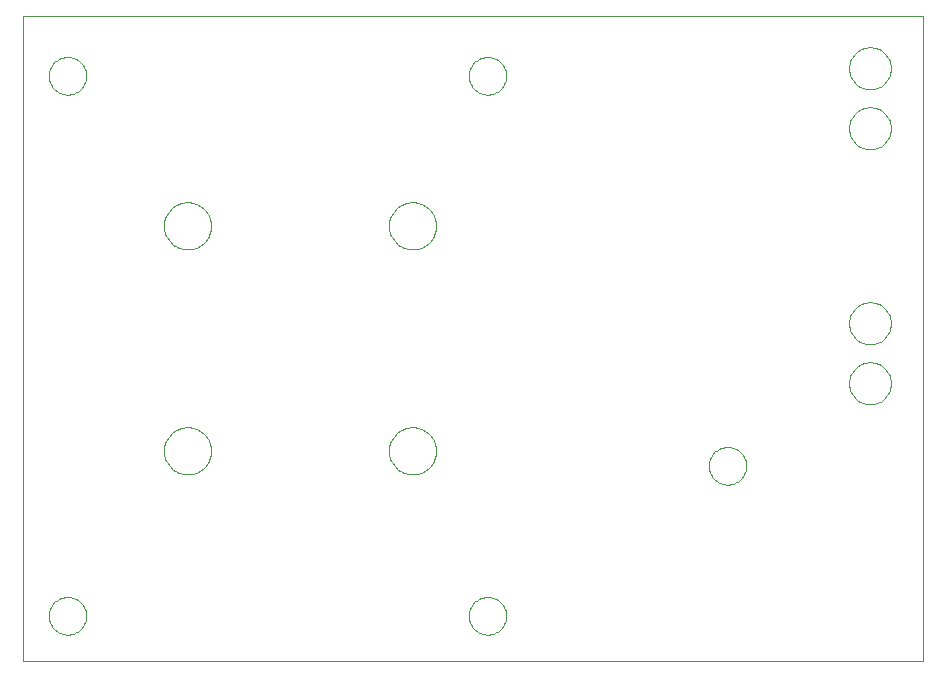
<source format=gko>
G75*
%MOIN*%
%OFA0B0*%
%FSLAX24Y24*%
%IPPOS*%
%LPD*%
%AMOC8*
5,1,8,0,0,1.08239X$1,22.5*
%
%ADD10C,0.0000*%
D10*
X000680Y000680D02*
X030680Y000680D01*
X030680Y022180D01*
X000680Y022180D01*
X000680Y000680D01*
X001555Y002180D02*
X001557Y002230D01*
X001563Y002279D01*
X001573Y002328D01*
X001586Y002375D01*
X001604Y002422D01*
X001625Y002467D01*
X001649Y002510D01*
X001677Y002551D01*
X001708Y002590D01*
X001742Y002626D01*
X001779Y002660D01*
X001819Y002690D01*
X001860Y002717D01*
X001904Y002741D01*
X001949Y002761D01*
X001996Y002777D01*
X002044Y002790D01*
X002093Y002799D01*
X002143Y002804D01*
X002192Y002805D01*
X002242Y002802D01*
X002291Y002795D01*
X002340Y002784D01*
X002387Y002770D01*
X002433Y002751D01*
X002478Y002729D01*
X002521Y002704D01*
X002561Y002675D01*
X002599Y002643D01*
X002635Y002609D01*
X002668Y002571D01*
X002697Y002531D01*
X002723Y002489D01*
X002746Y002445D01*
X002765Y002399D01*
X002781Y002352D01*
X002793Y002303D01*
X002801Y002254D01*
X002805Y002205D01*
X002805Y002155D01*
X002801Y002106D01*
X002793Y002057D01*
X002781Y002008D01*
X002765Y001961D01*
X002746Y001915D01*
X002723Y001871D01*
X002697Y001829D01*
X002668Y001789D01*
X002635Y001751D01*
X002599Y001717D01*
X002561Y001685D01*
X002521Y001656D01*
X002478Y001631D01*
X002433Y001609D01*
X002387Y001590D01*
X002340Y001576D01*
X002291Y001565D01*
X002242Y001558D01*
X002192Y001555D01*
X002143Y001556D01*
X002093Y001561D01*
X002044Y001570D01*
X001996Y001583D01*
X001949Y001599D01*
X001904Y001619D01*
X001860Y001643D01*
X001819Y001670D01*
X001779Y001700D01*
X001742Y001734D01*
X001708Y001770D01*
X001677Y001809D01*
X001649Y001850D01*
X001625Y001893D01*
X001604Y001938D01*
X001586Y001985D01*
X001573Y002032D01*
X001563Y002081D01*
X001557Y002130D01*
X001555Y002180D01*
X005393Y007680D02*
X005395Y007736D01*
X005401Y007791D01*
X005411Y007845D01*
X005424Y007899D01*
X005442Y007952D01*
X005463Y008003D01*
X005487Y008053D01*
X005515Y008101D01*
X005547Y008147D01*
X005581Y008191D01*
X005619Y008232D01*
X005659Y008270D01*
X005702Y008305D01*
X005747Y008337D01*
X005795Y008366D01*
X005844Y008392D01*
X005895Y008414D01*
X005947Y008432D01*
X006001Y008446D01*
X006056Y008457D01*
X006111Y008464D01*
X006166Y008467D01*
X006222Y008466D01*
X006277Y008461D01*
X006332Y008452D01*
X006386Y008440D01*
X006439Y008423D01*
X006491Y008403D01*
X006541Y008379D01*
X006589Y008352D01*
X006636Y008322D01*
X006680Y008288D01*
X006722Y008251D01*
X006760Y008211D01*
X006797Y008169D01*
X006830Y008124D01*
X006859Y008078D01*
X006886Y008029D01*
X006908Y007978D01*
X006928Y007926D01*
X006943Y007872D01*
X006955Y007818D01*
X006963Y007763D01*
X006967Y007708D01*
X006967Y007652D01*
X006963Y007597D01*
X006955Y007542D01*
X006943Y007488D01*
X006928Y007434D01*
X006908Y007382D01*
X006886Y007331D01*
X006859Y007282D01*
X006830Y007236D01*
X006797Y007191D01*
X006760Y007149D01*
X006722Y007109D01*
X006680Y007072D01*
X006636Y007038D01*
X006589Y007008D01*
X006541Y006981D01*
X006491Y006957D01*
X006439Y006937D01*
X006386Y006920D01*
X006332Y006908D01*
X006277Y006899D01*
X006222Y006894D01*
X006166Y006893D01*
X006111Y006896D01*
X006056Y006903D01*
X006001Y006914D01*
X005947Y006928D01*
X005895Y006946D01*
X005844Y006968D01*
X005795Y006994D01*
X005747Y007023D01*
X005702Y007055D01*
X005659Y007090D01*
X005619Y007128D01*
X005581Y007169D01*
X005547Y007213D01*
X005515Y007259D01*
X005487Y007307D01*
X005463Y007357D01*
X005442Y007408D01*
X005424Y007461D01*
X005411Y007515D01*
X005401Y007569D01*
X005395Y007624D01*
X005393Y007680D01*
X012893Y007680D02*
X012895Y007736D01*
X012901Y007791D01*
X012911Y007845D01*
X012924Y007899D01*
X012942Y007952D01*
X012963Y008003D01*
X012987Y008053D01*
X013015Y008101D01*
X013047Y008147D01*
X013081Y008191D01*
X013119Y008232D01*
X013159Y008270D01*
X013202Y008305D01*
X013247Y008337D01*
X013295Y008366D01*
X013344Y008392D01*
X013395Y008414D01*
X013447Y008432D01*
X013501Y008446D01*
X013556Y008457D01*
X013611Y008464D01*
X013666Y008467D01*
X013722Y008466D01*
X013777Y008461D01*
X013832Y008452D01*
X013886Y008440D01*
X013939Y008423D01*
X013991Y008403D01*
X014041Y008379D01*
X014089Y008352D01*
X014136Y008322D01*
X014180Y008288D01*
X014222Y008251D01*
X014260Y008211D01*
X014297Y008169D01*
X014330Y008124D01*
X014359Y008078D01*
X014386Y008029D01*
X014408Y007978D01*
X014428Y007926D01*
X014443Y007872D01*
X014455Y007818D01*
X014463Y007763D01*
X014467Y007708D01*
X014467Y007652D01*
X014463Y007597D01*
X014455Y007542D01*
X014443Y007488D01*
X014428Y007434D01*
X014408Y007382D01*
X014386Y007331D01*
X014359Y007282D01*
X014330Y007236D01*
X014297Y007191D01*
X014260Y007149D01*
X014222Y007109D01*
X014180Y007072D01*
X014136Y007038D01*
X014089Y007008D01*
X014041Y006981D01*
X013991Y006957D01*
X013939Y006937D01*
X013886Y006920D01*
X013832Y006908D01*
X013777Y006899D01*
X013722Y006894D01*
X013666Y006893D01*
X013611Y006896D01*
X013556Y006903D01*
X013501Y006914D01*
X013447Y006928D01*
X013395Y006946D01*
X013344Y006968D01*
X013295Y006994D01*
X013247Y007023D01*
X013202Y007055D01*
X013159Y007090D01*
X013119Y007128D01*
X013081Y007169D01*
X013047Y007213D01*
X013015Y007259D01*
X012987Y007307D01*
X012963Y007357D01*
X012942Y007408D01*
X012924Y007461D01*
X012911Y007515D01*
X012901Y007569D01*
X012895Y007624D01*
X012893Y007680D01*
X015555Y002180D02*
X015557Y002230D01*
X015563Y002279D01*
X015573Y002328D01*
X015586Y002375D01*
X015604Y002422D01*
X015625Y002467D01*
X015649Y002510D01*
X015677Y002551D01*
X015708Y002590D01*
X015742Y002626D01*
X015779Y002660D01*
X015819Y002690D01*
X015860Y002717D01*
X015904Y002741D01*
X015949Y002761D01*
X015996Y002777D01*
X016044Y002790D01*
X016093Y002799D01*
X016143Y002804D01*
X016192Y002805D01*
X016242Y002802D01*
X016291Y002795D01*
X016340Y002784D01*
X016387Y002770D01*
X016433Y002751D01*
X016478Y002729D01*
X016521Y002704D01*
X016561Y002675D01*
X016599Y002643D01*
X016635Y002609D01*
X016668Y002571D01*
X016697Y002531D01*
X016723Y002489D01*
X016746Y002445D01*
X016765Y002399D01*
X016781Y002352D01*
X016793Y002303D01*
X016801Y002254D01*
X016805Y002205D01*
X016805Y002155D01*
X016801Y002106D01*
X016793Y002057D01*
X016781Y002008D01*
X016765Y001961D01*
X016746Y001915D01*
X016723Y001871D01*
X016697Y001829D01*
X016668Y001789D01*
X016635Y001751D01*
X016599Y001717D01*
X016561Y001685D01*
X016521Y001656D01*
X016478Y001631D01*
X016433Y001609D01*
X016387Y001590D01*
X016340Y001576D01*
X016291Y001565D01*
X016242Y001558D01*
X016192Y001555D01*
X016143Y001556D01*
X016093Y001561D01*
X016044Y001570D01*
X015996Y001583D01*
X015949Y001599D01*
X015904Y001619D01*
X015860Y001643D01*
X015819Y001670D01*
X015779Y001700D01*
X015742Y001734D01*
X015708Y001770D01*
X015677Y001809D01*
X015649Y001850D01*
X015625Y001893D01*
X015604Y001938D01*
X015586Y001985D01*
X015573Y002032D01*
X015563Y002081D01*
X015557Y002130D01*
X015555Y002180D01*
X023555Y007180D02*
X023557Y007230D01*
X023563Y007279D01*
X023573Y007328D01*
X023586Y007375D01*
X023604Y007422D01*
X023625Y007467D01*
X023649Y007510D01*
X023677Y007551D01*
X023708Y007590D01*
X023742Y007626D01*
X023779Y007660D01*
X023819Y007690D01*
X023860Y007717D01*
X023904Y007741D01*
X023949Y007761D01*
X023996Y007777D01*
X024044Y007790D01*
X024093Y007799D01*
X024143Y007804D01*
X024192Y007805D01*
X024242Y007802D01*
X024291Y007795D01*
X024340Y007784D01*
X024387Y007770D01*
X024433Y007751D01*
X024478Y007729D01*
X024521Y007704D01*
X024561Y007675D01*
X024599Y007643D01*
X024635Y007609D01*
X024668Y007571D01*
X024697Y007531D01*
X024723Y007489D01*
X024746Y007445D01*
X024765Y007399D01*
X024781Y007352D01*
X024793Y007303D01*
X024801Y007254D01*
X024805Y007205D01*
X024805Y007155D01*
X024801Y007106D01*
X024793Y007057D01*
X024781Y007008D01*
X024765Y006961D01*
X024746Y006915D01*
X024723Y006871D01*
X024697Y006829D01*
X024668Y006789D01*
X024635Y006751D01*
X024599Y006717D01*
X024561Y006685D01*
X024521Y006656D01*
X024478Y006631D01*
X024433Y006609D01*
X024387Y006590D01*
X024340Y006576D01*
X024291Y006565D01*
X024242Y006558D01*
X024192Y006555D01*
X024143Y006556D01*
X024093Y006561D01*
X024044Y006570D01*
X023996Y006583D01*
X023949Y006599D01*
X023904Y006619D01*
X023860Y006643D01*
X023819Y006670D01*
X023779Y006700D01*
X023742Y006734D01*
X023708Y006770D01*
X023677Y006809D01*
X023649Y006850D01*
X023625Y006893D01*
X023604Y006938D01*
X023586Y006985D01*
X023573Y007032D01*
X023563Y007081D01*
X023557Y007130D01*
X023555Y007180D01*
X028230Y009930D02*
X028232Y009982D01*
X028238Y010034D01*
X028248Y010086D01*
X028261Y010136D01*
X028278Y010186D01*
X028299Y010234D01*
X028324Y010280D01*
X028352Y010324D01*
X028383Y010366D01*
X028417Y010406D01*
X028454Y010443D01*
X028494Y010477D01*
X028536Y010508D01*
X028580Y010536D01*
X028626Y010561D01*
X028674Y010582D01*
X028724Y010599D01*
X028774Y010612D01*
X028826Y010622D01*
X028878Y010628D01*
X028930Y010630D01*
X028982Y010628D01*
X029034Y010622D01*
X029086Y010612D01*
X029136Y010599D01*
X029186Y010582D01*
X029234Y010561D01*
X029280Y010536D01*
X029324Y010508D01*
X029366Y010477D01*
X029406Y010443D01*
X029443Y010406D01*
X029477Y010366D01*
X029508Y010324D01*
X029536Y010280D01*
X029561Y010234D01*
X029582Y010186D01*
X029599Y010136D01*
X029612Y010086D01*
X029622Y010034D01*
X029628Y009982D01*
X029630Y009930D01*
X029628Y009878D01*
X029622Y009826D01*
X029612Y009774D01*
X029599Y009724D01*
X029582Y009674D01*
X029561Y009626D01*
X029536Y009580D01*
X029508Y009536D01*
X029477Y009494D01*
X029443Y009454D01*
X029406Y009417D01*
X029366Y009383D01*
X029324Y009352D01*
X029280Y009324D01*
X029234Y009299D01*
X029186Y009278D01*
X029136Y009261D01*
X029086Y009248D01*
X029034Y009238D01*
X028982Y009232D01*
X028930Y009230D01*
X028878Y009232D01*
X028826Y009238D01*
X028774Y009248D01*
X028724Y009261D01*
X028674Y009278D01*
X028626Y009299D01*
X028580Y009324D01*
X028536Y009352D01*
X028494Y009383D01*
X028454Y009417D01*
X028417Y009454D01*
X028383Y009494D01*
X028352Y009536D01*
X028324Y009580D01*
X028299Y009626D01*
X028278Y009674D01*
X028261Y009724D01*
X028248Y009774D01*
X028238Y009826D01*
X028232Y009878D01*
X028230Y009930D01*
X028230Y011930D02*
X028232Y011982D01*
X028238Y012034D01*
X028248Y012086D01*
X028261Y012136D01*
X028278Y012186D01*
X028299Y012234D01*
X028324Y012280D01*
X028352Y012324D01*
X028383Y012366D01*
X028417Y012406D01*
X028454Y012443D01*
X028494Y012477D01*
X028536Y012508D01*
X028580Y012536D01*
X028626Y012561D01*
X028674Y012582D01*
X028724Y012599D01*
X028774Y012612D01*
X028826Y012622D01*
X028878Y012628D01*
X028930Y012630D01*
X028982Y012628D01*
X029034Y012622D01*
X029086Y012612D01*
X029136Y012599D01*
X029186Y012582D01*
X029234Y012561D01*
X029280Y012536D01*
X029324Y012508D01*
X029366Y012477D01*
X029406Y012443D01*
X029443Y012406D01*
X029477Y012366D01*
X029508Y012324D01*
X029536Y012280D01*
X029561Y012234D01*
X029582Y012186D01*
X029599Y012136D01*
X029612Y012086D01*
X029622Y012034D01*
X029628Y011982D01*
X029630Y011930D01*
X029628Y011878D01*
X029622Y011826D01*
X029612Y011774D01*
X029599Y011724D01*
X029582Y011674D01*
X029561Y011626D01*
X029536Y011580D01*
X029508Y011536D01*
X029477Y011494D01*
X029443Y011454D01*
X029406Y011417D01*
X029366Y011383D01*
X029324Y011352D01*
X029280Y011324D01*
X029234Y011299D01*
X029186Y011278D01*
X029136Y011261D01*
X029086Y011248D01*
X029034Y011238D01*
X028982Y011232D01*
X028930Y011230D01*
X028878Y011232D01*
X028826Y011238D01*
X028774Y011248D01*
X028724Y011261D01*
X028674Y011278D01*
X028626Y011299D01*
X028580Y011324D01*
X028536Y011352D01*
X028494Y011383D01*
X028454Y011417D01*
X028417Y011454D01*
X028383Y011494D01*
X028352Y011536D01*
X028324Y011580D01*
X028299Y011626D01*
X028278Y011674D01*
X028261Y011724D01*
X028248Y011774D01*
X028238Y011826D01*
X028232Y011878D01*
X028230Y011930D01*
X028230Y018430D02*
X028232Y018482D01*
X028238Y018534D01*
X028248Y018586D01*
X028261Y018636D01*
X028278Y018686D01*
X028299Y018734D01*
X028324Y018780D01*
X028352Y018824D01*
X028383Y018866D01*
X028417Y018906D01*
X028454Y018943D01*
X028494Y018977D01*
X028536Y019008D01*
X028580Y019036D01*
X028626Y019061D01*
X028674Y019082D01*
X028724Y019099D01*
X028774Y019112D01*
X028826Y019122D01*
X028878Y019128D01*
X028930Y019130D01*
X028982Y019128D01*
X029034Y019122D01*
X029086Y019112D01*
X029136Y019099D01*
X029186Y019082D01*
X029234Y019061D01*
X029280Y019036D01*
X029324Y019008D01*
X029366Y018977D01*
X029406Y018943D01*
X029443Y018906D01*
X029477Y018866D01*
X029508Y018824D01*
X029536Y018780D01*
X029561Y018734D01*
X029582Y018686D01*
X029599Y018636D01*
X029612Y018586D01*
X029622Y018534D01*
X029628Y018482D01*
X029630Y018430D01*
X029628Y018378D01*
X029622Y018326D01*
X029612Y018274D01*
X029599Y018224D01*
X029582Y018174D01*
X029561Y018126D01*
X029536Y018080D01*
X029508Y018036D01*
X029477Y017994D01*
X029443Y017954D01*
X029406Y017917D01*
X029366Y017883D01*
X029324Y017852D01*
X029280Y017824D01*
X029234Y017799D01*
X029186Y017778D01*
X029136Y017761D01*
X029086Y017748D01*
X029034Y017738D01*
X028982Y017732D01*
X028930Y017730D01*
X028878Y017732D01*
X028826Y017738D01*
X028774Y017748D01*
X028724Y017761D01*
X028674Y017778D01*
X028626Y017799D01*
X028580Y017824D01*
X028536Y017852D01*
X028494Y017883D01*
X028454Y017917D01*
X028417Y017954D01*
X028383Y017994D01*
X028352Y018036D01*
X028324Y018080D01*
X028299Y018126D01*
X028278Y018174D01*
X028261Y018224D01*
X028248Y018274D01*
X028238Y018326D01*
X028232Y018378D01*
X028230Y018430D01*
X028230Y020430D02*
X028232Y020482D01*
X028238Y020534D01*
X028248Y020586D01*
X028261Y020636D01*
X028278Y020686D01*
X028299Y020734D01*
X028324Y020780D01*
X028352Y020824D01*
X028383Y020866D01*
X028417Y020906D01*
X028454Y020943D01*
X028494Y020977D01*
X028536Y021008D01*
X028580Y021036D01*
X028626Y021061D01*
X028674Y021082D01*
X028724Y021099D01*
X028774Y021112D01*
X028826Y021122D01*
X028878Y021128D01*
X028930Y021130D01*
X028982Y021128D01*
X029034Y021122D01*
X029086Y021112D01*
X029136Y021099D01*
X029186Y021082D01*
X029234Y021061D01*
X029280Y021036D01*
X029324Y021008D01*
X029366Y020977D01*
X029406Y020943D01*
X029443Y020906D01*
X029477Y020866D01*
X029508Y020824D01*
X029536Y020780D01*
X029561Y020734D01*
X029582Y020686D01*
X029599Y020636D01*
X029612Y020586D01*
X029622Y020534D01*
X029628Y020482D01*
X029630Y020430D01*
X029628Y020378D01*
X029622Y020326D01*
X029612Y020274D01*
X029599Y020224D01*
X029582Y020174D01*
X029561Y020126D01*
X029536Y020080D01*
X029508Y020036D01*
X029477Y019994D01*
X029443Y019954D01*
X029406Y019917D01*
X029366Y019883D01*
X029324Y019852D01*
X029280Y019824D01*
X029234Y019799D01*
X029186Y019778D01*
X029136Y019761D01*
X029086Y019748D01*
X029034Y019738D01*
X028982Y019732D01*
X028930Y019730D01*
X028878Y019732D01*
X028826Y019738D01*
X028774Y019748D01*
X028724Y019761D01*
X028674Y019778D01*
X028626Y019799D01*
X028580Y019824D01*
X028536Y019852D01*
X028494Y019883D01*
X028454Y019917D01*
X028417Y019954D01*
X028383Y019994D01*
X028352Y020036D01*
X028324Y020080D01*
X028299Y020126D01*
X028278Y020174D01*
X028261Y020224D01*
X028248Y020274D01*
X028238Y020326D01*
X028232Y020378D01*
X028230Y020430D01*
X015555Y020180D02*
X015557Y020230D01*
X015563Y020279D01*
X015573Y020328D01*
X015586Y020375D01*
X015604Y020422D01*
X015625Y020467D01*
X015649Y020510D01*
X015677Y020551D01*
X015708Y020590D01*
X015742Y020626D01*
X015779Y020660D01*
X015819Y020690D01*
X015860Y020717D01*
X015904Y020741D01*
X015949Y020761D01*
X015996Y020777D01*
X016044Y020790D01*
X016093Y020799D01*
X016143Y020804D01*
X016192Y020805D01*
X016242Y020802D01*
X016291Y020795D01*
X016340Y020784D01*
X016387Y020770D01*
X016433Y020751D01*
X016478Y020729D01*
X016521Y020704D01*
X016561Y020675D01*
X016599Y020643D01*
X016635Y020609D01*
X016668Y020571D01*
X016697Y020531D01*
X016723Y020489D01*
X016746Y020445D01*
X016765Y020399D01*
X016781Y020352D01*
X016793Y020303D01*
X016801Y020254D01*
X016805Y020205D01*
X016805Y020155D01*
X016801Y020106D01*
X016793Y020057D01*
X016781Y020008D01*
X016765Y019961D01*
X016746Y019915D01*
X016723Y019871D01*
X016697Y019829D01*
X016668Y019789D01*
X016635Y019751D01*
X016599Y019717D01*
X016561Y019685D01*
X016521Y019656D01*
X016478Y019631D01*
X016433Y019609D01*
X016387Y019590D01*
X016340Y019576D01*
X016291Y019565D01*
X016242Y019558D01*
X016192Y019555D01*
X016143Y019556D01*
X016093Y019561D01*
X016044Y019570D01*
X015996Y019583D01*
X015949Y019599D01*
X015904Y019619D01*
X015860Y019643D01*
X015819Y019670D01*
X015779Y019700D01*
X015742Y019734D01*
X015708Y019770D01*
X015677Y019809D01*
X015649Y019850D01*
X015625Y019893D01*
X015604Y019938D01*
X015586Y019985D01*
X015573Y020032D01*
X015563Y020081D01*
X015557Y020130D01*
X015555Y020180D01*
X012893Y015180D02*
X012895Y015236D01*
X012901Y015291D01*
X012911Y015345D01*
X012924Y015399D01*
X012942Y015452D01*
X012963Y015503D01*
X012987Y015553D01*
X013015Y015601D01*
X013047Y015647D01*
X013081Y015691D01*
X013119Y015732D01*
X013159Y015770D01*
X013202Y015805D01*
X013247Y015837D01*
X013295Y015866D01*
X013344Y015892D01*
X013395Y015914D01*
X013447Y015932D01*
X013501Y015946D01*
X013556Y015957D01*
X013611Y015964D01*
X013666Y015967D01*
X013722Y015966D01*
X013777Y015961D01*
X013832Y015952D01*
X013886Y015940D01*
X013939Y015923D01*
X013991Y015903D01*
X014041Y015879D01*
X014089Y015852D01*
X014136Y015822D01*
X014180Y015788D01*
X014222Y015751D01*
X014260Y015711D01*
X014297Y015669D01*
X014330Y015624D01*
X014359Y015578D01*
X014386Y015529D01*
X014408Y015478D01*
X014428Y015426D01*
X014443Y015372D01*
X014455Y015318D01*
X014463Y015263D01*
X014467Y015208D01*
X014467Y015152D01*
X014463Y015097D01*
X014455Y015042D01*
X014443Y014988D01*
X014428Y014934D01*
X014408Y014882D01*
X014386Y014831D01*
X014359Y014782D01*
X014330Y014736D01*
X014297Y014691D01*
X014260Y014649D01*
X014222Y014609D01*
X014180Y014572D01*
X014136Y014538D01*
X014089Y014508D01*
X014041Y014481D01*
X013991Y014457D01*
X013939Y014437D01*
X013886Y014420D01*
X013832Y014408D01*
X013777Y014399D01*
X013722Y014394D01*
X013666Y014393D01*
X013611Y014396D01*
X013556Y014403D01*
X013501Y014414D01*
X013447Y014428D01*
X013395Y014446D01*
X013344Y014468D01*
X013295Y014494D01*
X013247Y014523D01*
X013202Y014555D01*
X013159Y014590D01*
X013119Y014628D01*
X013081Y014669D01*
X013047Y014713D01*
X013015Y014759D01*
X012987Y014807D01*
X012963Y014857D01*
X012942Y014908D01*
X012924Y014961D01*
X012911Y015015D01*
X012901Y015069D01*
X012895Y015124D01*
X012893Y015180D01*
X005393Y015180D02*
X005395Y015236D01*
X005401Y015291D01*
X005411Y015345D01*
X005424Y015399D01*
X005442Y015452D01*
X005463Y015503D01*
X005487Y015553D01*
X005515Y015601D01*
X005547Y015647D01*
X005581Y015691D01*
X005619Y015732D01*
X005659Y015770D01*
X005702Y015805D01*
X005747Y015837D01*
X005795Y015866D01*
X005844Y015892D01*
X005895Y015914D01*
X005947Y015932D01*
X006001Y015946D01*
X006056Y015957D01*
X006111Y015964D01*
X006166Y015967D01*
X006222Y015966D01*
X006277Y015961D01*
X006332Y015952D01*
X006386Y015940D01*
X006439Y015923D01*
X006491Y015903D01*
X006541Y015879D01*
X006589Y015852D01*
X006636Y015822D01*
X006680Y015788D01*
X006722Y015751D01*
X006760Y015711D01*
X006797Y015669D01*
X006830Y015624D01*
X006859Y015578D01*
X006886Y015529D01*
X006908Y015478D01*
X006928Y015426D01*
X006943Y015372D01*
X006955Y015318D01*
X006963Y015263D01*
X006967Y015208D01*
X006967Y015152D01*
X006963Y015097D01*
X006955Y015042D01*
X006943Y014988D01*
X006928Y014934D01*
X006908Y014882D01*
X006886Y014831D01*
X006859Y014782D01*
X006830Y014736D01*
X006797Y014691D01*
X006760Y014649D01*
X006722Y014609D01*
X006680Y014572D01*
X006636Y014538D01*
X006589Y014508D01*
X006541Y014481D01*
X006491Y014457D01*
X006439Y014437D01*
X006386Y014420D01*
X006332Y014408D01*
X006277Y014399D01*
X006222Y014394D01*
X006166Y014393D01*
X006111Y014396D01*
X006056Y014403D01*
X006001Y014414D01*
X005947Y014428D01*
X005895Y014446D01*
X005844Y014468D01*
X005795Y014494D01*
X005747Y014523D01*
X005702Y014555D01*
X005659Y014590D01*
X005619Y014628D01*
X005581Y014669D01*
X005547Y014713D01*
X005515Y014759D01*
X005487Y014807D01*
X005463Y014857D01*
X005442Y014908D01*
X005424Y014961D01*
X005411Y015015D01*
X005401Y015069D01*
X005395Y015124D01*
X005393Y015180D01*
X001555Y020180D02*
X001557Y020230D01*
X001563Y020279D01*
X001573Y020328D01*
X001586Y020375D01*
X001604Y020422D01*
X001625Y020467D01*
X001649Y020510D01*
X001677Y020551D01*
X001708Y020590D01*
X001742Y020626D01*
X001779Y020660D01*
X001819Y020690D01*
X001860Y020717D01*
X001904Y020741D01*
X001949Y020761D01*
X001996Y020777D01*
X002044Y020790D01*
X002093Y020799D01*
X002143Y020804D01*
X002192Y020805D01*
X002242Y020802D01*
X002291Y020795D01*
X002340Y020784D01*
X002387Y020770D01*
X002433Y020751D01*
X002478Y020729D01*
X002521Y020704D01*
X002561Y020675D01*
X002599Y020643D01*
X002635Y020609D01*
X002668Y020571D01*
X002697Y020531D01*
X002723Y020489D01*
X002746Y020445D01*
X002765Y020399D01*
X002781Y020352D01*
X002793Y020303D01*
X002801Y020254D01*
X002805Y020205D01*
X002805Y020155D01*
X002801Y020106D01*
X002793Y020057D01*
X002781Y020008D01*
X002765Y019961D01*
X002746Y019915D01*
X002723Y019871D01*
X002697Y019829D01*
X002668Y019789D01*
X002635Y019751D01*
X002599Y019717D01*
X002561Y019685D01*
X002521Y019656D01*
X002478Y019631D01*
X002433Y019609D01*
X002387Y019590D01*
X002340Y019576D01*
X002291Y019565D01*
X002242Y019558D01*
X002192Y019555D01*
X002143Y019556D01*
X002093Y019561D01*
X002044Y019570D01*
X001996Y019583D01*
X001949Y019599D01*
X001904Y019619D01*
X001860Y019643D01*
X001819Y019670D01*
X001779Y019700D01*
X001742Y019734D01*
X001708Y019770D01*
X001677Y019809D01*
X001649Y019850D01*
X001625Y019893D01*
X001604Y019938D01*
X001586Y019985D01*
X001573Y020032D01*
X001563Y020081D01*
X001557Y020130D01*
X001555Y020180D01*
M02*

</source>
